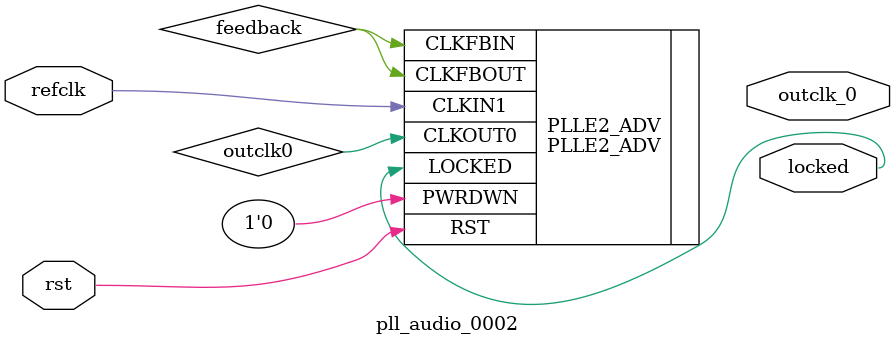
<source format=v>
`timescale 1ns/10ps
module  pll_audio_0002(

	// interface 'refclk'
	input wire refclk,

	// interface 'reset'
	input wire rst,

	// interface 'outclk0'
	output wire outclk_0,

	// interface 'locked'
	output wire locked
);

    wire feedback;
	
	PLLE2_ADV #(
		.CLKFBOUT_MULT(7'd29),
		.CLKIN1_PERIOD(20.0),
		.CLKOUT0_DIVIDE(7'd59), // 50*29/59 = 24.576271186440678
		.CLKOUT0_PHASE(1'd0),
		.DIVCLK_DIVIDE(1'd1),
		.REF_JITTER1(0.01),
		.STARTUP_WAIT("FALSE")
	) PLLE2_ADV (
		.CLKFBIN(feedback),
		.CLKIN1(refclk),
		.PWRDWN(1'b0),
		.RST(rst),
		.CLKFBOUT(feedback),
		.CLKOUT0(outclk0),
		.LOCKED(locked)
);
endmodule


</source>
